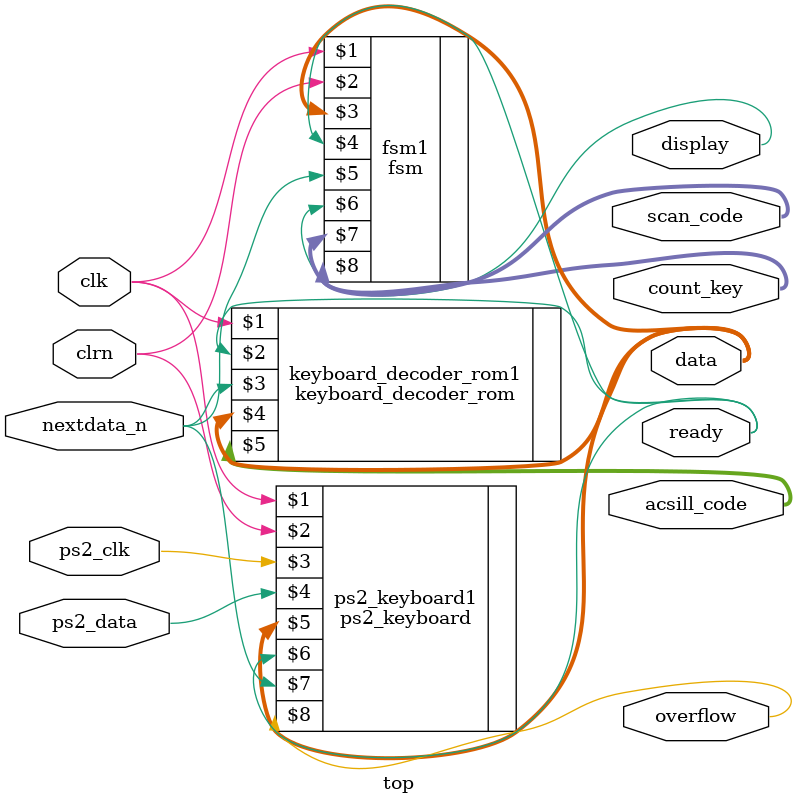
<source format=v>
`timescale 1ns / 1ps
module top(clk, clrn, ps2_clk, ps2_data, nextdata_n, overflow, ready,
           data, scan_code, acsill_code, count_key, display);
    
    input ps2_clk; 
    input ps2_data;
    input clk;
    input clrn;

    input nextdata_n;
            
    output ready;
    
    output overflow;

    // wire [7:0] o_seg_1_1;
    // wire [7:0] o_seg_1_2;

		// wire [7:0] o_seg_2_1;
	  // wire [7:0] o_seg_2_2;

    // wire [7:0] o_seg_3_1;
    // wire [7:0] o_seg_3_2;

    output wire [7:0] data;
    output wire [7:0] scan_code;
		output wire [7:0] acsill_code;
    output wire [7:0] count_key;
    output wire display;


    ps2_keyboard ps2_keyboard1(clk, clrn, ps2_clk, ps2_data, data, ready, nextdata_n, overflow);


		keyboard_decoder_rom keyboard_decoder_rom1(clk, ready, nextdata_n, data, acsill_code);


    fsm fsm1(clk, clrn, data, ready, nextdata_n, display, scan_code, count_key);


    // bcd7seg seg1_1(scan_code[3:0], o_seg_1_1, display);
    // bcd7seg seg1_2(scan_code[7:4], o_seg_1_2, display);


		// bcd7seg seg2_1(acsill_code[3:0], o_seg_2_1, display);
		// bcd7seg seg2_2(acsill_code[7:4], o_seg_2_2, display);


    // bcd7seg seg3_1(count_key[3:0], o_seg_3_1, 1);
    // bcd7seg seg3_2(count_key[7:4], o_seg_3_2, 1);


endmodule


</source>
